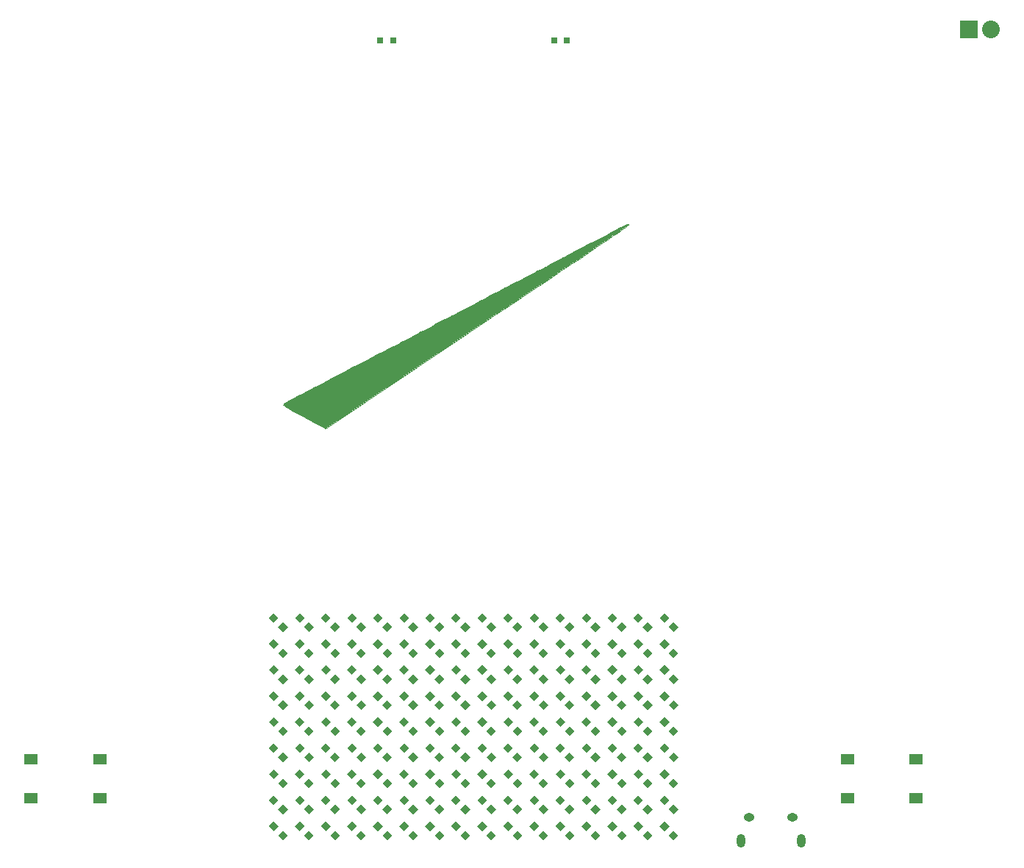
<source format=gbr>
G04 #@! TF.FileFunction,Soldermask,Bot*
%FSLAX46Y46*%
G04 Gerber Fmt 4.6, Leading zero omitted, Abs format (unit mm)*
G04 Created by KiCad (PCBNEW 4.0.4-stable) date 11/01/16 13:43:14*
%MOMM*%
%LPD*%
G01*
G04 APERTURE LIST*
%ADD10C,0.100000*%
%ADD11R,1.550000X1.300000*%
%ADD12O,1.250000X0.950000*%
%ADD13O,1.000000X1.550000*%
%ADD14R,2.032000X2.032000*%
%ADD15O,2.032000X2.032000*%
%ADD16R,0.797560X0.797560*%
G04 APERTURE END LIST*
D10*
G36*
X200070402Y-146921053D02*
X200100052Y-146976454D01*
X200194794Y-147059486D01*
X200364924Y-147175981D01*
X200620741Y-147331773D01*
X200972542Y-147532695D01*
X201430626Y-147784581D01*
X202005290Y-148093263D01*
X202706831Y-148464574D01*
X203545549Y-148904349D01*
X203878667Y-149078264D01*
X204937000Y-149630297D01*
X222445998Y-137932960D01*
X224378781Y-136641441D01*
X226174652Y-135440813D01*
X227837748Y-134328274D01*
X229372207Y-133301018D01*
X230782165Y-132356242D01*
X232071759Y-131491140D01*
X233245127Y-130702910D01*
X234306405Y-129988745D01*
X235259731Y-129345843D01*
X236109241Y-128771399D01*
X236859072Y-128262608D01*
X237513362Y-127816667D01*
X238076248Y-127430770D01*
X238551866Y-127102115D01*
X238944354Y-126827895D01*
X239257848Y-126605308D01*
X239496486Y-126431548D01*
X239664404Y-126303812D01*
X239765740Y-126219296D01*
X239804631Y-126175194D01*
X239802664Y-126167694D01*
X239676669Y-126164222D01*
X239458481Y-126234769D01*
X239130793Y-126386177D01*
X238761333Y-126579188D01*
X238332055Y-126808821D01*
X237816281Y-127081878D01*
X237278195Y-127364518D01*
X236781979Y-127622899D01*
X236771667Y-127628237D01*
X235975146Y-128040973D01*
X235182855Y-128452477D01*
X234423401Y-128847835D01*
X233725389Y-129212137D01*
X233117424Y-129530471D01*
X232628110Y-129787923D01*
X232580667Y-129812991D01*
X232275251Y-129973453D01*
X231857173Y-130191690D01*
X231364336Y-130447991D01*
X230834641Y-130722645D01*
X230305992Y-130995943D01*
X230294667Y-131001787D01*
X229807099Y-131254205D01*
X229356067Y-131489202D01*
X228968719Y-131692515D01*
X228672207Y-131849882D01*
X228493681Y-131947037D01*
X228474333Y-131958098D01*
X228281467Y-132064668D01*
X227990244Y-132218909D01*
X227653790Y-132392811D01*
X227543000Y-132449175D01*
X227222280Y-132613104D01*
X226798537Y-132831795D01*
X226318526Y-133081012D01*
X225829002Y-133336519D01*
X225638000Y-133436630D01*
X225200593Y-133666096D01*
X224774892Y-133889145D01*
X224337666Y-134117911D01*
X223865681Y-134364526D01*
X223335704Y-134641121D01*
X222724502Y-134959830D01*
X222008841Y-135332784D01*
X221193000Y-135757786D01*
X220712362Y-136008558D01*
X220215446Y-136268542D01*
X219752835Y-136511229D01*
X219375113Y-136710109D01*
X219288000Y-136756161D01*
X218949436Y-136934302D01*
X218509098Y-137164424D01*
X218015813Y-137421088D01*
X217518406Y-137678858D01*
X217340667Y-137770674D01*
X216854268Y-138022454D01*
X216353671Y-138282910D01*
X215887714Y-138526546D01*
X215505237Y-138727868D01*
X215393333Y-138787232D01*
X215031769Y-138978370D01*
X214577362Y-139216694D01*
X214087877Y-139471996D01*
X213621082Y-139714065D01*
X213615333Y-139717036D01*
X213118489Y-139974497D01*
X212568570Y-140260694D01*
X212035637Y-140539103D01*
X211625667Y-140754279D01*
X210896324Y-141138074D01*
X210276775Y-141463312D01*
X209727190Y-141750729D01*
X209207739Y-142021057D01*
X208678593Y-142295031D01*
X208099924Y-142593385D01*
X207519333Y-142891936D01*
X207024750Y-143146882D01*
X206572209Y-143381722D01*
X206186591Y-143583418D01*
X205892780Y-143738933D01*
X205715659Y-143835228D01*
X205684692Y-143853230D01*
X205558720Y-143923247D01*
X205305823Y-144057826D01*
X204949869Y-144244485D01*
X204514724Y-144470743D01*
X204024254Y-144724119D01*
X203737359Y-144871642D01*
X203198266Y-145149491D01*
X202675132Y-145421132D01*
X202198476Y-145670568D01*
X201798814Y-145881798D01*
X201506664Y-146038826D01*
X201423333Y-146084781D01*
X201080350Y-146272088D01*
X200729277Y-146456696D01*
X200470833Y-146586482D01*
X200218961Y-146734577D01*
X200084374Y-146871934D01*
X200070402Y-146921053D01*
X200070402Y-146921053D01*
X200070402Y-146921053D01*
G37*
X200070402Y-146921053D02*
X200100052Y-146976454D01*
X200194794Y-147059486D01*
X200364924Y-147175981D01*
X200620741Y-147331773D01*
X200972542Y-147532695D01*
X201430626Y-147784581D01*
X202005290Y-148093263D01*
X202706831Y-148464574D01*
X203545549Y-148904349D01*
X203878667Y-149078264D01*
X204937000Y-149630297D01*
X222445998Y-137932960D01*
X224378781Y-136641441D01*
X226174652Y-135440813D01*
X227837748Y-134328274D01*
X229372207Y-133301018D01*
X230782165Y-132356242D01*
X232071759Y-131491140D01*
X233245127Y-130702910D01*
X234306405Y-129988745D01*
X235259731Y-129345843D01*
X236109241Y-128771399D01*
X236859072Y-128262608D01*
X237513362Y-127816667D01*
X238076248Y-127430770D01*
X238551866Y-127102115D01*
X238944354Y-126827895D01*
X239257848Y-126605308D01*
X239496486Y-126431548D01*
X239664404Y-126303812D01*
X239765740Y-126219296D01*
X239804631Y-126175194D01*
X239802664Y-126167694D01*
X239676669Y-126164222D01*
X239458481Y-126234769D01*
X239130793Y-126386177D01*
X238761333Y-126579188D01*
X238332055Y-126808821D01*
X237816281Y-127081878D01*
X237278195Y-127364518D01*
X236781979Y-127622899D01*
X236771667Y-127628237D01*
X235975146Y-128040973D01*
X235182855Y-128452477D01*
X234423401Y-128847835D01*
X233725389Y-129212137D01*
X233117424Y-129530471D01*
X232628110Y-129787923D01*
X232580667Y-129812991D01*
X232275251Y-129973453D01*
X231857173Y-130191690D01*
X231364336Y-130447991D01*
X230834641Y-130722645D01*
X230305992Y-130995943D01*
X230294667Y-131001787D01*
X229807099Y-131254205D01*
X229356067Y-131489202D01*
X228968719Y-131692515D01*
X228672207Y-131849882D01*
X228493681Y-131947037D01*
X228474333Y-131958098D01*
X228281467Y-132064668D01*
X227990244Y-132218909D01*
X227653790Y-132392811D01*
X227543000Y-132449175D01*
X227222280Y-132613104D01*
X226798537Y-132831795D01*
X226318526Y-133081012D01*
X225829002Y-133336519D01*
X225638000Y-133436630D01*
X225200593Y-133666096D01*
X224774892Y-133889145D01*
X224337666Y-134117911D01*
X223865681Y-134364526D01*
X223335704Y-134641121D01*
X222724502Y-134959830D01*
X222008841Y-135332784D01*
X221193000Y-135757786D01*
X220712362Y-136008558D01*
X220215446Y-136268542D01*
X219752835Y-136511229D01*
X219375113Y-136710109D01*
X219288000Y-136756161D01*
X218949436Y-136934302D01*
X218509098Y-137164424D01*
X218015813Y-137421088D01*
X217518406Y-137678858D01*
X217340667Y-137770674D01*
X216854268Y-138022454D01*
X216353671Y-138282910D01*
X215887714Y-138526546D01*
X215505237Y-138727868D01*
X215393333Y-138787232D01*
X215031769Y-138978370D01*
X214577362Y-139216694D01*
X214087877Y-139471996D01*
X213621082Y-139714065D01*
X213615333Y-139717036D01*
X213118489Y-139974497D01*
X212568570Y-140260694D01*
X212035637Y-140539103D01*
X211625667Y-140754279D01*
X210896324Y-141138074D01*
X210276775Y-141463312D01*
X209727190Y-141750729D01*
X209207739Y-142021057D01*
X208678593Y-142295031D01*
X208099924Y-142593385D01*
X207519333Y-142891936D01*
X207024750Y-143146882D01*
X206572209Y-143381722D01*
X206186591Y-143583418D01*
X205892780Y-143738933D01*
X205715659Y-143835228D01*
X205684692Y-143853230D01*
X205558720Y-143923247D01*
X205305823Y-144057826D01*
X204949869Y-144244485D01*
X204514724Y-144470743D01*
X204024254Y-144724119D01*
X203737359Y-144871642D01*
X203198266Y-145149491D01*
X202675132Y-145421132D01*
X202198476Y-145670568D01*
X201798814Y-145881798D01*
X201506664Y-146038826D01*
X201423333Y-146084781D01*
X201080350Y-146272088D01*
X200729277Y-146456696D01*
X200470833Y-146586482D01*
X200218961Y-146734577D01*
X200084374Y-146871934D01*
X200070402Y-146921053D01*
X200070402Y-146921053D01*
G36*
X233593795Y-172529835D02*
X233029835Y-173093795D01*
X232465875Y-172529835D01*
X233029835Y-171965875D01*
X233593795Y-172529835D01*
X233593795Y-172529835D01*
G37*
G36*
X232534125Y-171470165D02*
X231970165Y-172034125D01*
X231406205Y-171470165D01*
X231970165Y-170906205D01*
X232534125Y-171470165D01*
X232534125Y-171470165D01*
G37*
G36*
X200593795Y-196529835D02*
X200029835Y-197093795D01*
X199465875Y-196529835D01*
X200029835Y-195965875D01*
X200593795Y-196529835D01*
X200593795Y-196529835D01*
G37*
G36*
X199534125Y-195470165D02*
X198970165Y-196034125D01*
X198406205Y-195470165D01*
X198970165Y-194906205D01*
X199534125Y-195470165D01*
X199534125Y-195470165D01*
G37*
G36*
X203593795Y-196529835D02*
X203029835Y-197093795D01*
X202465875Y-196529835D01*
X203029835Y-195965875D01*
X203593795Y-196529835D01*
X203593795Y-196529835D01*
G37*
G36*
X202534125Y-195470165D02*
X201970165Y-196034125D01*
X201406205Y-195470165D01*
X201970165Y-194906205D01*
X202534125Y-195470165D01*
X202534125Y-195470165D01*
G37*
G36*
X206593795Y-196529835D02*
X206029835Y-197093795D01*
X205465875Y-196529835D01*
X206029835Y-195965875D01*
X206593795Y-196529835D01*
X206593795Y-196529835D01*
G37*
G36*
X205534125Y-195470165D02*
X204970165Y-196034125D01*
X204406205Y-195470165D01*
X204970165Y-194906205D01*
X205534125Y-195470165D01*
X205534125Y-195470165D01*
G37*
G36*
X209593795Y-196529835D02*
X209029835Y-197093795D01*
X208465875Y-196529835D01*
X209029835Y-195965875D01*
X209593795Y-196529835D01*
X209593795Y-196529835D01*
G37*
G36*
X208534125Y-195470165D02*
X207970165Y-196034125D01*
X207406205Y-195470165D01*
X207970165Y-194906205D01*
X208534125Y-195470165D01*
X208534125Y-195470165D01*
G37*
G36*
X212593795Y-196529835D02*
X212029835Y-197093795D01*
X211465875Y-196529835D01*
X212029835Y-195965875D01*
X212593795Y-196529835D01*
X212593795Y-196529835D01*
G37*
G36*
X211534125Y-195470165D02*
X210970165Y-196034125D01*
X210406205Y-195470165D01*
X210970165Y-194906205D01*
X211534125Y-195470165D01*
X211534125Y-195470165D01*
G37*
G36*
X215593795Y-196529835D02*
X215029835Y-197093795D01*
X214465875Y-196529835D01*
X215029835Y-195965875D01*
X215593795Y-196529835D01*
X215593795Y-196529835D01*
G37*
G36*
X214534125Y-195470165D02*
X213970165Y-196034125D01*
X213406205Y-195470165D01*
X213970165Y-194906205D01*
X214534125Y-195470165D01*
X214534125Y-195470165D01*
G37*
G36*
X218593795Y-196529835D02*
X218029835Y-197093795D01*
X217465875Y-196529835D01*
X218029835Y-195965875D01*
X218593795Y-196529835D01*
X218593795Y-196529835D01*
G37*
G36*
X217534125Y-195470165D02*
X216970165Y-196034125D01*
X216406205Y-195470165D01*
X216970165Y-194906205D01*
X217534125Y-195470165D01*
X217534125Y-195470165D01*
G37*
G36*
X221593795Y-196529835D02*
X221029835Y-197093795D01*
X220465875Y-196529835D01*
X221029835Y-195965875D01*
X221593795Y-196529835D01*
X221593795Y-196529835D01*
G37*
G36*
X220534125Y-195470165D02*
X219970165Y-196034125D01*
X219406205Y-195470165D01*
X219970165Y-194906205D01*
X220534125Y-195470165D01*
X220534125Y-195470165D01*
G37*
G36*
X224593795Y-196529835D02*
X224029835Y-197093795D01*
X223465875Y-196529835D01*
X224029835Y-195965875D01*
X224593795Y-196529835D01*
X224593795Y-196529835D01*
G37*
G36*
X223534125Y-195470165D02*
X222970165Y-196034125D01*
X222406205Y-195470165D01*
X222970165Y-194906205D01*
X223534125Y-195470165D01*
X223534125Y-195470165D01*
G37*
G36*
X227593795Y-196529835D02*
X227029835Y-197093795D01*
X226465875Y-196529835D01*
X227029835Y-195965875D01*
X227593795Y-196529835D01*
X227593795Y-196529835D01*
G37*
G36*
X226534125Y-195470165D02*
X225970165Y-196034125D01*
X225406205Y-195470165D01*
X225970165Y-194906205D01*
X226534125Y-195470165D01*
X226534125Y-195470165D01*
G37*
G36*
X230593795Y-196529835D02*
X230029835Y-197093795D01*
X229465875Y-196529835D01*
X230029835Y-195965875D01*
X230593795Y-196529835D01*
X230593795Y-196529835D01*
G37*
G36*
X229534125Y-195470165D02*
X228970165Y-196034125D01*
X228406205Y-195470165D01*
X228970165Y-194906205D01*
X229534125Y-195470165D01*
X229534125Y-195470165D01*
G37*
G36*
X233593795Y-196529835D02*
X233029835Y-197093795D01*
X232465875Y-196529835D01*
X233029835Y-195965875D01*
X233593795Y-196529835D01*
X233593795Y-196529835D01*
G37*
G36*
X232534125Y-195470165D02*
X231970165Y-196034125D01*
X231406205Y-195470165D01*
X231970165Y-194906205D01*
X232534125Y-195470165D01*
X232534125Y-195470165D01*
G37*
G36*
X236593795Y-196529835D02*
X236029835Y-197093795D01*
X235465875Y-196529835D01*
X236029835Y-195965875D01*
X236593795Y-196529835D01*
X236593795Y-196529835D01*
G37*
G36*
X235534125Y-195470165D02*
X234970165Y-196034125D01*
X234406205Y-195470165D01*
X234970165Y-194906205D01*
X235534125Y-195470165D01*
X235534125Y-195470165D01*
G37*
G36*
X239593795Y-196529835D02*
X239029835Y-197093795D01*
X238465875Y-196529835D01*
X239029835Y-195965875D01*
X239593795Y-196529835D01*
X239593795Y-196529835D01*
G37*
G36*
X238534125Y-195470165D02*
X237970165Y-196034125D01*
X237406205Y-195470165D01*
X237970165Y-194906205D01*
X238534125Y-195470165D01*
X238534125Y-195470165D01*
G37*
G36*
X242593795Y-196529835D02*
X242029835Y-197093795D01*
X241465875Y-196529835D01*
X242029835Y-195965875D01*
X242593795Y-196529835D01*
X242593795Y-196529835D01*
G37*
G36*
X241534125Y-195470165D02*
X240970165Y-196034125D01*
X240406205Y-195470165D01*
X240970165Y-194906205D01*
X241534125Y-195470165D01*
X241534125Y-195470165D01*
G37*
G36*
X245593795Y-196529835D02*
X245029835Y-197093795D01*
X244465875Y-196529835D01*
X245029835Y-195965875D01*
X245593795Y-196529835D01*
X245593795Y-196529835D01*
G37*
G36*
X244534125Y-195470165D02*
X243970165Y-196034125D01*
X243406205Y-195470165D01*
X243970165Y-194906205D01*
X244534125Y-195470165D01*
X244534125Y-195470165D01*
G37*
G36*
X200593795Y-193529835D02*
X200029835Y-194093795D01*
X199465875Y-193529835D01*
X200029835Y-192965875D01*
X200593795Y-193529835D01*
X200593795Y-193529835D01*
G37*
G36*
X199534125Y-192470165D02*
X198970165Y-193034125D01*
X198406205Y-192470165D01*
X198970165Y-191906205D01*
X199534125Y-192470165D01*
X199534125Y-192470165D01*
G37*
G36*
X203593795Y-193529835D02*
X203029835Y-194093795D01*
X202465875Y-193529835D01*
X203029835Y-192965875D01*
X203593795Y-193529835D01*
X203593795Y-193529835D01*
G37*
G36*
X202534125Y-192470165D02*
X201970165Y-193034125D01*
X201406205Y-192470165D01*
X201970165Y-191906205D01*
X202534125Y-192470165D01*
X202534125Y-192470165D01*
G37*
G36*
X206593795Y-193529835D02*
X206029835Y-194093795D01*
X205465875Y-193529835D01*
X206029835Y-192965875D01*
X206593795Y-193529835D01*
X206593795Y-193529835D01*
G37*
G36*
X205534125Y-192470165D02*
X204970165Y-193034125D01*
X204406205Y-192470165D01*
X204970165Y-191906205D01*
X205534125Y-192470165D01*
X205534125Y-192470165D01*
G37*
G36*
X209593795Y-193529835D02*
X209029835Y-194093795D01*
X208465875Y-193529835D01*
X209029835Y-192965875D01*
X209593795Y-193529835D01*
X209593795Y-193529835D01*
G37*
G36*
X208534125Y-192470165D02*
X207970165Y-193034125D01*
X207406205Y-192470165D01*
X207970165Y-191906205D01*
X208534125Y-192470165D01*
X208534125Y-192470165D01*
G37*
G36*
X212593795Y-193529835D02*
X212029835Y-194093795D01*
X211465875Y-193529835D01*
X212029835Y-192965875D01*
X212593795Y-193529835D01*
X212593795Y-193529835D01*
G37*
G36*
X211534125Y-192470165D02*
X210970165Y-193034125D01*
X210406205Y-192470165D01*
X210970165Y-191906205D01*
X211534125Y-192470165D01*
X211534125Y-192470165D01*
G37*
G36*
X215593795Y-193529835D02*
X215029835Y-194093795D01*
X214465875Y-193529835D01*
X215029835Y-192965875D01*
X215593795Y-193529835D01*
X215593795Y-193529835D01*
G37*
G36*
X214534125Y-192470165D02*
X213970165Y-193034125D01*
X213406205Y-192470165D01*
X213970165Y-191906205D01*
X214534125Y-192470165D01*
X214534125Y-192470165D01*
G37*
G36*
X218593795Y-193529835D02*
X218029835Y-194093795D01*
X217465875Y-193529835D01*
X218029835Y-192965875D01*
X218593795Y-193529835D01*
X218593795Y-193529835D01*
G37*
G36*
X217534125Y-192470165D02*
X216970165Y-193034125D01*
X216406205Y-192470165D01*
X216970165Y-191906205D01*
X217534125Y-192470165D01*
X217534125Y-192470165D01*
G37*
G36*
X221593795Y-193529835D02*
X221029835Y-194093795D01*
X220465875Y-193529835D01*
X221029835Y-192965875D01*
X221593795Y-193529835D01*
X221593795Y-193529835D01*
G37*
G36*
X220534125Y-192470165D02*
X219970165Y-193034125D01*
X219406205Y-192470165D01*
X219970165Y-191906205D01*
X220534125Y-192470165D01*
X220534125Y-192470165D01*
G37*
G36*
X224593795Y-193529835D02*
X224029835Y-194093795D01*
X223465875Y-193529835D01*
X224029835Y-192965875D01*
X224593795Y-193529835D01*
X224593795Y-193529835D01*
G37*
G36*
X223534125Y-192470165D02*
X222970165Y-193034125D01*
X222406205Y-192470165D01*
X222970165Y-191906205D01*
X223534125Y-192470165D01*
X223534125Y-192470165D01*
G37*
G36*
X227593795Y-193529835D02*
X227029835Y-194093795D01*
X226465875Y-193529835D01*
X227029835Y-192965875D01*
X227593795Y-193529835D01*
X227593795Y-193529835D01*
G37*
G36*
X226534125Y-192470165D02*
X225970165Y-193034125D01*
X225406205Y-192470165D01*
X225970165Y-191906205D01*
X226534125Y-192470165D01*
X226534125Y-192470165D01*
G37*
G36*
X230593795Y-193529835D02*
X230029835Y-194093795D01*
X229465875Y-193529835D01*
X230029835Y-192965875D01*
X230593795Y-193529835D01*
X230593795Y-193529835D01*
G37*
G36*
X229534125Y-192470165D02*
X228970165Y-193034125D01*
X228406205Y-192470165D01*
X228970165Y-191906205D01*
X229534125Y-192470165D01*
X229534125Y-192470165D01*
G37*
G36*
X233593795Y-193529835D02*
X233029835Y-194093795D01*
X232465875Y-193529835D01*
X233029835Y-192965875D01*
X233593795Y-193529835D01*
X233593795Y-193529835D01*
G37*
G36*
X232534125Y-192470165D02*
X231970165Y-193034125D01*
X231406205Y-192470165D01*
X231970165Y-191906205D01*
X232534125Y-192470165D01*
X232534125Y-192470165D01*
G37*
G36*
X236593795Y-193529835D02*
X236029835Y-194093795D01*
X235465875Y-193529835D01*
X236029835Y-192965875D01*
X236593795Y-193529835D01*
X236593795Y-193529835D01*
G37*
G36*
X235534125Y-192470165D02*
X234970165Y-193034125D01*
X234406205Y-192470165D01*
X234970165Y-191906205D01*
X235534125Y-192470165D01*
X235534125Y-192470165D01*
G37*
G36*
X239593795Y-193529835D02*
X239029835Y-194093795D01*
X238465875Y-193529835D01*
X239029835Y-192965875D01*
X239593795Y-193529835D01*
X239593795Y-193529835D01*
G37*
G36*
X238534125Y-192470165D02*
X237970165Y-193034125D01*
X237406205Y-192470165D01*
X237970165Y-191906205D01*
X238534125Y-192470165D01*
X238534125Y-192470165D01*
G37*
G36*
X242593795Y-193529835D02*
X242029835Y-194093795D01*
X241465875Y-193529835D01*
X242029835Y-192965875D01*
X242593795Y-193529835D01*
X242593795Y-193529835D01*
G37*
G36*
X241534125Y-192470165D02*
X240970165Y-193034125D01*
X240406205Y-192470165D01*
X240970165Y-191906205D01*
X241534125Y-192470165D01*
X241534125Y-192470165D01*
G37*
G36*
X245593795Y-193529835D02*
X245029835Y-194093795D01*
X244465875Y-193529835D01*
X245029835Y-192965875D01*
X245593795Y-193529835D01*
X245593795Y-193529835D01*
G37*
G36*
X244534125Y-192470165D02*
X243970165Y-193034125D01*
X243406205Y-192470165D01*
X243970165Y-191906205D01*
X244534125Y-192470165D01*
X244534125Y-192470165D01*
G37*
G36*
X200593795Y-190529835D02*
X200029835Y-191093795D01*
X199465875Y-190529835D01*
X200029835Y-189965875D01*
X200593795Y-190529835D01*
X200593795Y-190529835D01*
G37*
G36*
X199534125Y-189470165D02*
X198970165Y-190034125D01*
X198406205Y-189470165D01*
X198970165Y-188906205D01*
X199534125Y-189470165D01*
X199534125Y-189470165D01*
G37*
G36*
X203593795Y-190529835D02*
X203029835Y-191093795D01*
X202465875Y-190529835D01*
X203029835Y-189965875D01*
X203593795Y-190529835D01*
X203593795Y-190529835D01*
G37*
G36*
X202534125Y-189470165D02*
X201970165Y-190034125D01*
X201406205Y-189470165D01*
X201970165Y-188906205D01*
X202534125Y-189470165D01*
X202534125Y-189470165D01*
G37*
G36*
X206593795Y-190529835D02*
X206029835Y-191093795D01*
X205465875Y-190529835D01*
X206029835Y-189965875D01*
X206593795Y-190529835D01*
X206593795Y-190529835D01*
G37*
G36*
X205534125Y-189470165D02*
X204970165Y-190034125D01*
X204406205Y-189470165D01*
X204970165Y-188906205D01*
X205534125Y-189470165D01*
X205534125Y-189470165D01*
G37*
G36*
X209593795Y-190529835D02*
X209029835Y-191093795D01*
X208465875Y-190529835D01*
X209029835Y-189965875D01*
X209593795Y-190529835D01*
X209593795Y-190529835D01*
G37*
G36*
X208534125Y-189470165D02*
X207970165Y-190034125D01*
X207406205Y-189470165D01*
X207970165Y-188906205D01*
X208534125Y-189470165D01*
X208534125Y-189470165D01*
G37*
G36*
X212593795Y-190529835D02*
X212029835Y-191093795D01*
X211465875Y-190529835D01*
X212029835Y-189965875D01*
X212593795Y-190529835D01*
X212593795Y-190529835D01*
G37*
G36*
X211534125Y-189470165D02*
X210970165Y-190034125D01*
X210406205Y-189470165D01*
X210970165Y-188906205D01*
X211534125Y-189470165D01*
X211534125Y-189470165D01*
G37*
G36*
X215593795Y-190529835D02*
X215029835Y-191093795D01*
X214465875Y-190529835D01*
X215029835Y-189965875D01*
X215593795Y-190529835D01*
X215593795Y-190529835D01*
G37*
G36*
X214534125Y-189470165D02*
X213970165Y-190034125D01*
X213406205Y-189470165D01*
X213970165Y-188906205D01*
X214534125Y-189470165D01*
X214534125Y-189470165D01*
G37*
G36*
X218593795Y-190529835D02*
X218029835Y-191093795D01*
X217465875Y-190529835D01*
X218029835Y-189965875D01*
X218593795Y-190529835D01*
X218593795Y-190529835D01*
G37*
G36*
X217534125Y-189470165D02*
X216970165Y-190034125D01*
X216406205Y-189470165D01*
X216970165Y-188906205D01*
X217534125Y-189470165D01*
X217534125Y-189470165D01*
G37*
G36*
X221593795Y-190529835D02*
X221029835Y-191093795D01*
X220465875Y-190529835D01*
X221029835Y-189965875D01*
X221593795Y-190529835D01*
X221593795Y-190529835D01*
G37*
G36*
X220534125Y-189470165D02*
X219970165Y-190034125D01*
X219406205Y-189470165D01*
X219970165Y-188906205D01*
X220534125Y-189470165D01*
X220534125Y-189470165D01*
G37*
G36*
X224593795Y-190529835D02*
X224029835Y-191093795D01*
X223465875Y-190529835D01*
X224029835Y-189965875D01*
X224593795Y-190529835D01*
X224593795Y-190529835D01*
G37*
G36*
X223534125Y-189470165D02*
X222970165Y-190034125D01*
X222406205Y-189470165D01*
X222970165Y-188906205D01*
X223534125Y-189470165D01*
X223534125Y-189470165D01*
G37*
G36*
X227593795Y-190529835D02*
X227029835Y-191093795D01*
X226465875Y-190529835D01*
X227029835Y-189965875D01*
X227593795Y-190529835D01*
X227593795Y-190529835D01*
G37*
G36*
X226534125Y-189470165D02*
X225970165Y-190034125D01*
X225406205Y-189470165D01*
X225970165Y-188906205D01*
X226534125Y-189470165D01*
X226534125Y-189470165D01*
G37*
G36*
X230593795Y-190529835D02*
X230029835Y-191093795D01*
X229465875Y-190529835D01*
X230029835Y-189965875D01*
X230593795Y-190529835D01*
X230593795Y-190529835D01*
G37*
G36*
X229534125Y-189470165D02*
X228970165Y-190034125D01*
X228406205Y-189470165D01*
X228970165Y-188906205D01*
X229534125Y-189470165D01*
X229534125Y-189470165D01*
G37*
G36*
X233593795Y-190529835D02*
X233029835Y-191093795D01*
X232465875Y-190529835D01*
X233029835Y-189965875D01*
X233593795Y-190529835D01*
X233593795Y-190529835D01*
G37*
G36*
X232534125Y-189470165D02*
X231970165Y-190034125D01*
X231406205Y-189470165D01*
X231970165Y-188906205D01*
X232534125Y-189470165D01*
X232534125Y-189470165D01*
G37*
G36*
X236593795Y-190529835D02*
X236029835Y-191093795D01*
X235465875Y-190529835D01*
X236029835Y-189965875D01*
X236593795Y-190529835D01*
X236593795Y-190529835D01*
G37*
G36*
X235534125Y-189470165D02*
X234970165Y-190034125D01*
X234406205Y-189470165D01*
X234970165Y-188906205D01*
X235534125Y-189470165D01*
X235534125Y-189470165D01*
G37*
G36*
X239593795Y-190529835D02*
X239029835Y-191093795D01*
X238465875Y-190529835D01*
X239029835Y-189965875D01*
X239593795Y-190529835D01*
X239593795Y-190529835D01*
G37*
G36*
X238534125Y-189470165D02*
X237970165Y-190034125D01*
X237406205Y-189470165D01*
X237970165Y-188906205D01*
X238534125Y-189470165D01*
X238534125Y-189470165D01*
G37*
G36*
X242593795Y-190529835D02*
X242029835Y-191093795D01*
X241465875Y-190529835D01*
X242029835Y-189965875D01*
X242593795Y-190529835D01*
X242593795Y-190529835D01*
G37*
G36*
X241534125Y-189470165D02*
X240970165Y-190034125D01*
X240406205Y-189470165D01*
X240970165Y-188906205D01*
X241534125Y-189470165D01*
X241534125Y-189470165D01*
G37*
G36*
X245593795Y-190529835D02*
X245029835Y-191093795D01*
X244465875Y-190529835D01*
X245029835Y-189965875D01*
X245593795Y-190529835D01*
X245593795Y-190529835D01*
G37*
G36*
X244534125Y-189470165D02*
X243970165Y-190034125D01*
X243406205Y-189470165D01*
X243970165Y-188906205D01*
X244534125Y-189470165D01*
X244534125Y-189470165D01*
G37*
G36*
X200593795Y-187529835D02*
X200029835Y-188093795D01*
X199465875Y-187529835D01*
X200029835Y-186965875D01*
X200593795Y-187529835D01*
X200593795Y-187529835D01*
G37*
G36*
X199534125Y-186470165D02*
X198970165Y-187034125D01*
X198406205Y-186470165D01*
X198970165Y-185906205D01*
X199534125Y-186470165D01*
X199534125Y-186470165D01*
G37*
G36*
X203593795Y-187529835D02*
X203029835Y-188093795D01*
X202465875Y-187529835D01*
X203029835Y-186965875D01*
X203593795Y-187529835D01*
X203593795Y-187529835D01*
G37*
G36*
X202534125Y-186470165D02*
X201970165Y-187034125D01*
X201406205Y-186470165D01*
X201970165Y-185906205D01*
X202534125Y-186470165D01*
X202534125Y-186470165D01*
G37*
G36*
X206593795Y-187529835D02*
X206029835Y-188093795D01*
X205465875Y-187529835D01*
X206029835Y-186965875D01*
X206593795Y-187529835D01*
X206593795Y-187529835D01*
G37*
G36*
X205534125Y-186470165D02*
X204970165Y-187034125D01*
X204406205Y-186470165D01*
X204970165Y-185906205D01*
X205534125Y-186470165D01*
X205534125Y-186470165D01*
G37*
G36*
X209593795Y-187529835D02*
X209029835Y-188093795D01*
X208465875Y-187529835D01*
X209029835Y-186965875D01*
X209593795Y-187529835D01*
X209593795Y-187529835D01*
G37*
G36*
X208534125Y-186470165D02*
X207970165Y-187034125D01*
X207406205Y-186470165D01*
X207970165Y-185906205D01*
X208534125Y-186470165D01*
X208534125Y-186470165D01*
G37*
G36*
X212593795Y-187529835D02*
X212029835Y-188093795D01*
X211465875Y-187529835D01*
X212029835Y-186965875D01*
X212593795Y-187529835D01*
X212593795Y-187529835D01*
G37*
G36*
X211534125Y-186470165D02*
X210970165Y-187034125D01*
X210406205Y-186470165D01*
X210970165Y-185906205D01*
X211534125Y-186470165D01*
X211534125Y-186470165D01*
G37*
G36*
X215593795Y-187529835D02*
X215029835Y-188093795D01*
X214465875Y-187529835D01*
X215029835Y-186965875D01*
X215593795Y-187529835D01*
X215593795Y-187529835D01*
G37*
G36*
X214534125Y-186470165D02*
X213970165Y-187034125D01*
X213406205Y-186470165D01*
X213970165Y-185906205D01*
X214534125Y-186470165D01*
X214534125Y-186470165D01*
G37*
G36*
X218593795Y-187529835D02*
X218029835Y-188093795D01*
X217465875Y-187529835D01*
X218029835Y-186965875D01*
X218593795Y-187529835D01*
X218593795Y-187529835D01*
G37*
G36*
X217534125Y-186470165D02*
X216970165Y-187034125D01*
X216406205Y-186470165D01*
X216970165Y-185906205D01*
X217534125Y-186470165D01*
X217534125Y-186470165D01*
G37*
G36*
X221593795Y-187529835D02*
X221029835Y-188093795D01*
X220465875Y-187529835D01*
X221029835Y-186965875D01*
X221593795Y-187529835D01*
X221593795Y-187529835D01*
G37*
G36*
X220534125Y-186470165D02*
X219970165Y-187034125D01*
X219406205Y-186470165D01*
X219970165Y-185906205D01*
X220534125Y-186470165D01*
X220534125Y-186470165D01*
G37*
G36*
X224593795Y-187529835D02*
X224029835Y-188093795D01*
X223465875Y-187529835D01*
X224029835Y-186965875D01*
X224593795Y-187529835D01*
X224593795Y-187529835D01*
G37*
G36*
X223534125Y-186470165D02*
X222970165Y-187034125D01*
X222406205Y-186470165D01*
X222970165Y-185906205D01*
X223534125Y-186470165D01*
X223534125Y-186470165D01*
G37*
G36*
X227593795Y-187529835D02*
X227029835Y-188093795D01*
X226465875Y-187529835D01*
X227029835Y-186965875D01*
X227593795Y-187529835D01*
X227593795Y-187529835D01*
G37*
G36*
X226534125Y-186470165D02*
X225970165Y-187034125D01*
X225406205Y-186470165D01*
X225970165Y-185906205D01*
X226534125Y-186470165D01*
X226534125Y-186470165D01*
G37*
G36*
X230593795Y-187529835D02*
X230029835Y-188093795D01*
X229465875Y-187529835D01*
X230029835Y-186965875D01*
X230593795Y-187529835D01*
X230593795Y-187529835D01*
G37*
G36*
X229534125Y-186470165D02*
X228970165Y-187034125D01*
X228406205Y-186470165D01*
X228970165Y-185906205D01*
X229534125Y-186470165D01*
X229534125Y-186470165D01*
G37*
G36*
X233593795Y-187529835D02*
X233029835Y-188093795D01*
X232465875Y-187529835D01*
X233029835Y-186965875D01*
X233593795Y-187529835D01*
X233593795Y-187529835D01*
G37*
G36*
X232534125Y-186470165D02*
X231970165Y-187034125D01*
X231406205Y-186470165D01*
X231970165Y-185906205D01*
X232534125Y-186470165D01*
X232534125Y-186470165D01*
G37*
G36*
X236593795Y-187529835D02*
X236029835Y-188093795D01*
X235465875Y-187529835D01*
X236029835Y-186965875D01*
X236593795Y-187529835D01*
X236593795Y-187529835D01*
G37*
G36*
X235534125Y-186470165D02*
X234970165Y-187034125D01*
X234406205Y-186470165D01*
X234970165Y-185906205D01*
X235534125Y-186470165D01*
X235534125Y-186470165D01*
G37*
G36*
X239593795Y-187529835D02*
X239029835Y-188093795D01*
X238465875Y-187529835D01*
X239029835Y-186965875D01*
X239593795Y-187529835D01*
X239593795Y-187529835D01*
G37*
G36*
X238534125Y-186470165D02*
X237970165Y-187034125D01*
X237406205Y-186470165D01*
X237970165Y-185906205D01*
X238534125Y-186470165D01*
X238534125Y-186470165D01*
G37*
G36*
X242593795Y-187529835D02*
X242029835Y-188093795D01*
X241465875Y-187529835D01*
X242029835Y-186965875D01*
X242593795Y-187529835D01*
X242593795Y-187529835D01*
G37*
G36*
X241534125Y-186470165D02*
X240970165Y-187034125D01*
X240406205Y-186470165D01*
X240970165Y-185906205D01*
X241534125Y-186470165D01*
X241534125Y-186470165D01*
G37*
G36*
X245593795Y-187529835D02*
X245029835Y-188093795D01*
X244465875Y-187529835D01*
X245029835Y-186965875D01*
X245593795Y-187529835D01*
X245593795Y-187529835D01*
G37*
G36*
X244534125Y-186470165D02*
X243970165Y-187034125D01*
X243406205Y-186470165D01*
X243970165Y-185906205D01*
X244534125Y-186470165D01*
X244534125Y-186470165D01*
G37*
G36*
X200593795Y-184529835D02*
X200029835Y-185093795D01*
X199465875Y-184529835D01*
X200029835Y-183965875D01*
X200593795Y-184529835D01*
X200593795Y-184529835D01*
G37*
G36*
X199534125Y-183470165D02*
X198970165Y-184034125D01*
X198406205Y-183470165D01*
X198970165Y-182906205D01*
X199534125Y-183470165D01*
X199534125Y-183470165D01*
G37*
G36*
X203593795Y-184529835D02*
X203029835Y-185093795D01*
X202465875Y-184529835D01*
X203029835Y-183965875D01*
X203593795Y-184529835D01*
X203593795Y-184529835D01*
G37*
G36*
X202534125Y-183470165D02*
X201970165Y-184034125D01*
X201406205Y-183470165D01*
X201970165Y-182906205D01*
X202534125Y-183470165D01*
X202534125Y-183470165D01*
G37*
G36*
X206593795Y-184529835D02*
X206029835Y-185093795D01*
X205465875Y-184529835D01*
X206029835Y-183965875D01*
X206593795Y-184529835D01*
X206593795Y-184529835D01*
G37*
G36*
X205534125Y-183470165D02*
X204970165Y-184034125D01*
X204406205Y-183470165D01*
X204970165Y-182906205D01*
X205534125Y-183470165D01*
X205534125Y-183470165D01*
G37*
G36*
X209593795Y-184529835D02*
X209029835Y-185093795D01*
X208465875Y-184529835D01*
X209029835Y-183965875D01*
X209593795Y-184529835D01*
X209593795Y-184529835D01*
G37*
G36*
X208534125Y-183470165D02*
X207970165Y-184034125D01*
X207406205Y-183470165D01*
X207970165Y-182906205D01*
X208534125Y-183470165D01*
X208534125Y-183470165D01*
G37*
G36*
X212593795Y-184529835D02*
X212029835Y-185093795D01*
X211465875Y-184529835D01*
X212029835Y-183965875D01*
X212593795Y-184529835D01*
X212593795Y-184529835D01*
G37*
G36*
X211534125Y-183470165D02*
X210970165Y-184034125D01*
X210406205Y-183470165D01*
X210970165Y-182906205D01*
X211534125Y-183470165D01*
X211534125Y-183470165D01*
G37*
G36*
X215593795Y-184529835D02*
X215029835Y-185093795D01*
X214465875Y-184529835D01*
X215029835Y-183965875D01*
X215593795Y-184529835D01*
X215593795Y-184529835D01*
G37*
G36*
X214534125Y-183470165D02*
X213970165Y-184034125D01*
X213406205Y-183470165D01*
X213970165Y-182906205D01*
X214534125Y-183470165D01*
X214534125Y-183470165D01*
G37*
G36*
X218593795Y-184529835D02*
X218029835Y-185093795D01*
X217465875Y-184529835D01*
X218029835Y-183965875D01*
X218593795Y-184529835D01*
X218593795Y-184529835D01*
G37*
G36*
X217534125Y-183470165D02*
X216970165Y-184034125D01*
X216406205Y-183470165D01*
X216970165Y-182906205D01*
X217534125Y-183470165D01*
X217534125Y-183470165D01*
G37*
G36*
X221593795Y-184529835D02*
X221029835Y-185093795D01*
X220465875Y-184529835D01*
X221029835Y-183965875D01*
X221593795Y-184529835D01*
X221593795Y-184529835D01*
G37*
G36*
X220534125Y-183470165D02*
X219970165Y-184034125D01*
X219406205Y-183470165D01*
X219970165Y-182906205D01*
X220534125Y-183470165D01*
X220534125Y-183470165D01*
G37*
G36*
X224593795Y-184529835D02*
X224029835Y-185093795D01*
X223465875Y-184529835D01*
X224029835Y-183965875D01*
X224593795Y-184529835D01*
X224593795Y-184529835D01*
G37*
G36*
X223534125Y-183470165D02*
X222970165Y-184034125D01*
X222406205Y-183470165D01*
X222970165Y-182906205D01*
X223534125Y-183470165D01*
X223534125Y-183470165D01*
G37*
G36*
X227593795Y-184529835D02*
X227029835Y-185093795D01*
X226465875Y-184529835D01*
X227029835Y-183965875D01*
X227593795Y-184529835D01*
X227593795Y-184529835D01*
G37*
G36*
X226534125Y-183470165D02*
X225970165Y-184034125D01*
X225406205Y-183470165D01*
X225970165Y-182906205D01*
X226534125Y-183470165D01*
X226534125Y-183470165D01*
G37*
G36*
X230593795Y-184529835D02*
X230029835Y-185093795D01*
X229465875Y-184529835D01*
X230029835Y-183965875D01*
X230593795Y-184529835D01*
X230593795Y-184529835D01*
G37*
G36*
X229534125Y-183470165D02*
X228970165Y-184034125D01*
X228406205Y-183470165D01*
X228970165Y-182906205D01*
X229534125Y-183470165D01*
X229534125Y-183470165D01*
G37*
G36*
X233593795Y-184529835D02*
X233029835Y-185093795D01*
X232465875Y-184529835D01*
X233029835Y-183965875D01*
X233593795Y-184529835D01*
X233593795Y-184529835D01*
G37*
G36*
X232534125Y-183470165D02*
X231970165Y-184034125D01*
X231406205Y-183470165D01*
X231970165Y-182906205D01*
X232534125Y-183470165D01*
X232534125Y-183470165D01*
G37*
G36*
X236593795Y-184529835D02*
X236029835Y-185093795D01*
X235465875Y-184529835D01*
X236029835Y-183965875D01*
X236593795Y-184529835D01*
X236593795Y-184529835D01*
G37*
G36*
X235534125Y-183470165D02*
X234970165Y-184034125D01*
X234406205Y-183470165D01*
X234970165Y-182906205D01*
X235534125Y-183470165D01*
X235534125Y-183470165D01*
G37*
G36*
X239593795Y-184529835D02*
X239029835Y-185093795D01*
X238465875Y-184529835D01*
X239029835Y-183965875D01*
X239593795Y-184529835D01*
X239593795Y-184529835D01*
G37*
G36*
X238534125Y-183470165D02*
X237970165Y-184034125D01*
X237406205Y-183470165D01*
X237970165Y-182906205D01*
X238534125Y-183470165D01*
X238534125Y-183470165D01*
G37*
G36*
X242593795Y-184529835D02*
X242029835Y-185093795D01*
X241465875Y-184529835D01*
X242029835Y-183965875D01*
X242593795Y-184529835D01*
X242593795Y-184529835D01*
G37*
G36*
X241534125Y-183470165D02*
X240970165Y-184034125D01*
X240406205Y-183470165D01*
X240970165Y-182906205D01*
X241534125Y-183470165D01*
X241534125Y-183470165D01*
G37*
G36*
X245593795Y-184529835D02*
X245029835Y-185093795D01*
X244465875Y-184529835D01*
X245029835Y-183965875D01*
X245593795Y-184529835D01*
X245593795Y-184529835D01*
G37*
G36*
X244534125Y-183470165D02*
X243970165Y-184034125D01*
X243406205Y-183470165D01*
X243970165Y-182906205D01*
X244534125Y-183470165D01*
X244534125Y-183470165D01*
G37*
G36*
X200593795Y-181529835D02*
X200029835Y-182093795D01*
X199465875Y-181529835D01*
X200029835Y-180965875D01*
X200593795Y-181529835D01*
X200593795Y-181529835D01*
G37*
G36*
X199534125Y-180470165D02*
X198970165Y-181034125D01*
X198406205Y-180470165D01*
X198970165Y-179906205D01*
X199534125Y-180470165D01*
X199534125Y-180470165D01*
G37*
G36*
X203593795Y-181529835D02*
X203029835Y-182093795D01*
X202465875Y-181529835D01*
X203029835Y-180965875D01*
X203593795Y-181529835D01*
X203593795Y-181529835D01*
G37*
G36*
X202534125Y-180470165D02*
X201970165Y-181034125D01*
X201406205Y-180470165D01*
X201970165Y-179906205D01*
X202534125Y-180470165D01*
X202534125Y-180470165D01*
G37*
G36*
X206593795Y-181529835D02*
X206029835Y-182093795D01*
X205465875Y-181529835D01*
X206029835Y-180965875D01*
X206593795Y-181529835D01*
X206593795Y-181529835D01*
G37*
G36*
X205534125Y-180470165D02*
X204970165Y-181034125D01*
X204406205Y-180470165D01*
X204970165Y-179906205D01*
X205534125Y-180470165D01*
X205534125Y-180470165D01*
G37*
G36*
X209593795Y-181529835D02*
X209029835Y-182093795D01*
X208465875Y-181529835D01*
X209029835Y-180965875D01*
X209593795Y-181529835D01*
X209593795Y-181529835D01*
G37*
G36*
X208534125Y-180470165D02*
X207970165Y-181034125D01*
X207406205Y-180470165D01*
X207970165Y-179906205D01*
X208534125Y-180470165D01*
X208534125Y-180470165D01*
G37*
G36*
X212593795Y-181529835D02*
X212029835Y-182093795D01*
X211465875Y-181529835D01*
X212029835Y-180965875D01*
X212593795Y-181529835D01*
X212593795Y-181529835D01*
G37*
G36*
X211534125Y-180470165D02*
X210970165Y-181034125D01*
X210406205Y-180470165D01*
X210970165Y-179906205D01*
X211534125Y-180470165D01*
X211534125Y-180470165D01*
G37*
G36*
X215593795Y-181529835D02*
X215029835Y-182093795D01*
X214465875Y-181529835D01*
X215029835Y-180965875D01*
X215593795Y-181529835D01*
X215593795Y-181529835D01*
G37*
G36*
X214534125Y-180470165D02*
X213970165Y-181034125D01*
X213406205Y-180470165D01*
X213970165Y-179906205D01*
X214534125Y-180470165D01*
X214534125Y-180470165D01*
G37*
G36*
X218593795Y-181529835D02*
X218029835Y-182093795D01*
X217465875Y-181529835D01*
X218029835Y-180965875D01*
X218593795Y-181529835D01*
X218593795Y-181529835D01*
G37*
G36*
X217534125Y-180470165D02*
X216970165Y-181034125D01*
X216406205Y-180470165D01*
X216970165Y-179906205D01*
X217534125Y-180470165D01*
X217534125Y-180470165D01*
G37*
G36*
X221593795Y-181529835D02*
X221029835Y-182093795D01*
X220465875Y-181529835D01*
X221029835Y-180965875D01*
X221593795Y-181529835D01*
X221593795Y-181529835D01*
G37*
G36*
X220534125Y-180470165D02*
X219970165Y-181034125D01*
X219406205Y-180470165D01*
X219970165Y-179906205D01*
X220534125Y-180470165D01*
X220534125Y-180470165D01*
G37*
G36*
X224593795Y-181529835D02*
X224029835Y-182093795D01*
X223465875Y-181529835D01*
X224029835Y-180965875D01*
X224593795Y-181529835D01*
X224593795Y-181529835D01*
G37*
G36*
X223534125Y-180470165D02*
X222970165Y-181034125D01*
X222406205Y-180470165D01*
X222970165Y-179906205D01*
X223534125Y-180470165D01*
X223534125Y-180470165D01*
G37*
G36*
X227593795Y-181529835D02*
X227029835Y-182093795D01*
X226465875Y-181529835D01*
X227029835Y-180965875D01*
X227593795Y-181529835D01*
X227593795Y-181529835D01*
G37*
G36*
X226534125Y-180470165D02*
X225970165Y-181034125D01*
X225406205Y-180470165D01*
X225970165Y-179906205D01*
X226534125Y-180470165D01*
X226534125Y-180470165D01*
G37*
G36*
X230593795Y-181529835D02*
X230029835Y-182093795D01*
X229465875Y-181529835D01*
X230029835Y-180965875D01*
X230593795Y-181529835D01*
X230593795Y-181529835D01*
G37*
G36*
X229534125Y-180470165D02*
X228970165Y-181034125D01*
X228406205Y-180470165D01*
X228970165Y-179906205D01*
X229534125Y-180470165D01*
X229534125Y-180470165D01*
G37*
G36*
X233593795Y-181529835D02*
X233029835Y-182093795D01*
X232465875Y-181529835D01*
X233029835Y-180965875D01*
X233593795Y-181529835D01*
X233593795Y-181529835D01*
G37*
G36*
X232534125Y-180470165D02*
X231970165Y-181034125D01*
X231406205Y-180470165D01*
X231970165Y-179906205D01*
X232534125Y-180470165D01*
X232534125Y-180470165D01*
G37*
G36*
X236593795Y-181529835D02*
X236029835Y-182093795D01*
X235465875Y-181529835D01*
X236029835Y-180965875D01*
X236593795Y-181529835D01*
X236593795Y-181529835D01*
G37*
G36*
X235534125Y-180470165D02*
X234970165Y-181034125D01*
X234406205Y-180470165D01*
X234970165Y-179906205D01*
X235534125Y-180470165D01*
X235534125Y-180470165D01*
G37*
G36*
X239593795Y-181529835D02*
X239029835Y-182093795D01*
X238465875Y-181529835D01*
X239029835Y-180965875D01*
X239593795Y-181529835D01*
X239593795Y-181529835D01*
G37*
G36*
X238534125Y-180470165D02*
X237970165Y-181034125D01*
X237406205Y-180470165D01*
X237970165Y-179906205D01*
X238534125Y-180470165D01*
X238534125Y-180470165D01*
G37*
G36*
X242593795Y-181529835D02*
X242029835Y-182093795D01*
X241465875Y-181529835D01*
X242029835Y-180965875D01*
X242593795Y-181529835D01*
X242593795Y-181529835D01*
G37*
G36*
X241534125Y-180470165D02*
X240970165Y-181034125D01*
X240406205Y-180470165D01*
X240970165Y-179906205D01*
X241534125Y-180470165D01*
X241534125Y-180470165D01*
G37*
G36*
X245593795Y-181529835D02*
X245029835Y-182093795D01*
X244465875Y-181529835D01*
X245029835Y-180965875D01*
X245593795Y-181529835D01*
X245593795Y-181529835D01*
G37*
G36*
X244534125Y-180470165D02*
X243970165Y-181034125D01*
X243406205Y-180470165D01*
X243970165Y-179906205D01*
X244534125Y-180470165D01*
X244534125Y-180470165D01*
G37*
G36*
X200593795Y-178529835D02*
X200029835Y-179093795D01*
X199465875Y-178529835D01*
X200029835Y-177965875D01*
X200593795Y-178529835D01*
X200593795Y-178529835D01*
G37*
G36*
X199534125Y-177470165D02*
X198970165Y-178034125D01*
X198406205Y-177470165D01*
X198970165Y-176906205D01*
X199534125Y-177470165D01*
X199534125Y-177470165D01*
G37*
G36*
X203593795Y-178529835D02*
X203029835Y-179093795D01*
X202465875Y-178529835D01*
X203029835Y-177965875D01*
X203593795Y-178529835D01*
X203593795Y-178529835D01*
G37*
G36*
X202534125Y-177470165D02*
X201970165Y-178034125D01*
X201406205Y-177470165D01*
X201970165Y-176906205D01*
X202534125Y-177470165D01*
X202534125Y-177470165D01*
G37*
G36*
X206593795Y-178529835D02*
X206029835Y-179093795D01*
X205465875Y-178529835D01*
X206029835Y-177965875D01*
X206593795Y-178529835D01*
X206593795Y-178529835D01*
G37*
G36*
X205534125Y-177470165D02*
X204970165Y-178034125D01*
X204406205Y-177470165D01*
X204970165Y-176906205D01*
X205534125Y-177470165D01*
X205534125Y-177470165D01*
G37*
G36*
X209593795Y-178529835D02*
X209029835Y-179093795D01*
X208465875Y-178529835D01*
X209029835Y-177965875D01*
X209593795Y-178529835D01*
X209593795Y-178529835D01*
G37*
G36*
X208534125Y-177470165D02*
X207970165Y-178034125D01*
X207406205Y-177470165D01*
X207970165Y-176906205D01*
X208534125Y-177470165D01*
X208534125Y-177470165D01*
G37*
G36*
X212593795Y-178529835D02*
X212029835Y-179093795D01*
X211465875Y-178529835D01*
X212029835Y-177965875D01*
X212593795Y-178529835D01*
X212593795Y-178529835D01*
G37*
G36*
X211534125Y-177470165D02*
X210970165Y-178034125D01*
X210406205Y-177470165D01*
X210970165Y-176906205D01*
X211534125Y-177470165D01*
X211534125Y-177470165D01*
G37*
G36*
X215593795Y-178529835D02*
X215029835Y-179093795D01*
X214465875Y-178529835D01*
X215029835Y-177965875D01*
X215593795Y-178529835D01*
X215593795Y-178529835D01*
G37*
G36*
X214534125Y-177470165D02*
X213970165Y-178034125D01*
X213406205Y-177470165D01*
X213970165Y-176906205D01*
X214534125Y-177470165D01*
X214534125Y-177470165D01*
G37*
G36*
X218593795Y-178529835D02*
X218029835Y-179093795D01*
X217465875Y-178529835D01*
X218029835Y-177965875D01*
X218593795Y-178529835D01*
X218593795Y-178529835D01*
G37*
G36*
X217534125Y-177470165D02*
X216970165Y-178034125D01*
X216406205Y-177470165D01*
X216970165Y-176906205D01*
X217534125Y-177470165D01*
X217534125Y-177470165D01*
G37*
G36*
X221593795Y-178529835D02*
X221029835Y-179093795D01*
X220465875Y-178529835D01*
X221029835Y-177965875D01*
X221593795Y-178529835D01*
X221593795Y-178529835D01*
G37*
G36*
X220534125Y-177470165D02*
X219970165Y-178034125D01*
X219406205Y-177470165D01*
X219970165Y-176906205D01*
X220534125Y-177470165D01*
X220534125Y-177470165D01*
G37*
G36*
X224593795Y-178529835D02*
X224029835Y-179093795D01*
X223465875Y-178529835D01*
X224029835Y-177965875D01*
X224593795Y-178529835D01*
X224593795Y-178529835D01*
G37*
G36*
X223534125Y-177470165D02*
X222970165Y-178034125D01*
X222406205Y-177470165D01*
X222970165Y-176906205D01*
X223534125Y-177470165D01*
X223534125Y-177470165D01*
G37*
G36*
X227593795Y-178529835D02*
X227029835Y-179093795D01*
X226465875Y-178529835D01*
X227029835Y-177965875D01*
X227593795Y-178529835D01*
X227593795Y-178529835D01*
G37*
G36*
X226534125Y-177470165D02*
X225970165Y-178034125D01*
X225406205Y-177470165D01*
X225970165Y-176906205D01*
X226534125Y-177470165D01*
X226534125Y-177470165D01*
G37*
G36*
X230593795Y-178529835D02*
X230029835Y-179093795D01*
X229465875Y-178529835D01*
X230029835Y-177965875D01*
X230593795Y-178529835D01*
X230593795Y-178529835D01*
G37*
G36*
X229534125Y-177470165D02*
X228970165Y-178034125D01*
X228406205Y-177470165D01*
X228970165Y-176906205D01*
X229534125Y-177470165D01*
X229534125Y-177470165D01*
G37*
G36*
X233593795Y-178529835D02*
X233029835Y-179093795D01*
X232465875Y-178529835D01*
X233029835Y-177965875D01*
X233593795Y-178529835D01*
X233593795Y-178529835D01*
G37*
G36*
X232534125Y-177470165D02*
X231970165Y-178034125D01*
X231406205Y-177470165D01*
X231970165Y-176906205D01*
X232534125Y-177470165D01*
X232534125Y-177470165D01*
G37*
G36*
X236593795Y-178529835D02*
X236029835Y-179093795D01*
X235465875Y-178529835D01*
X236029835Y-177965875D01*
X236593795Y-178529835D01*
X236593795Y-178529835D01*
G37*
G36*
X235534125Y-177470165D02*
X234970165Y-178034125D01*
X234406205Y-177470165D01*
X234970165Y-176906205D01*
X235534125Y-177470165D01*
X235534125Y-177470165D01*
G37*
G36*
X239593795Y-178529835D02*
X239029835Y-179093795D01*
X238465875Y-178529835D01*
X239029835Y-177965875D01*
X239593795Y-178529835D01*
X239593795Y-178529835D01*
G37*
G36*
X238534125Y-177470165D02*
X237970165Y-178034125D01*
X237406205Y-177470165D01*
X237970165Y-176906205D01*
X238534125Y-177470165D01*
X238534125Y-177470165D01*
G37*
G36*
X242593795Y-178529835D02*
X242029835Y-179093795D01*
X241465875Y-178529835D01*
X242029835Y-177965875D01*
X242593795Y-178529835D01*
X242593795Y-178529835D01*
G37*
G36*
X241534125Y-177470165D02*
X240970165Y-178034125D01*
X240406205Y-177470165D01*
X240970165Y-176906205D01*
X241534125Y-177470165D01*
X241534125Y-177470165D01*
G37*
G36*
X245593795Y-178529835D02*
X245029835Y-179093795D01*
X244465875Y-178529835D01*
X245029835Y-177965875D01*
X245593795Y-178529835D01*
X245593795Y-178529835D01*
G37*
G36*
X244534125Y-177470165D02*
X243970165Y-178034125D01*
X243406205Y-177470165D01*
X243970165Y-176906205D01*
X244534125Y-177470165D01*
X244534125Y-177470165D01*
G37*
G36*
X200593795Y-175529835D02*
X200029835Y-176093795D01*
X199465875Y-175529835D01*
X200029835Y-174965875D01*
X200593795Y-175529835D01*
X200593795Y-175529835D01*
G37*
G36*
X199534125Y-174470165D02*
X198970165Y-175034125D01*
X198406205Y-174470165D01*
X198970165Y-173906205D01*
X199534125Y-174470165D01*
X199534125Y-174470165D01*
G37*
G36*
X203593795Y-175529835D02*
X203029835Y-176093795D01*
X202465875Y-175529835D01*
X203029835Y-174965875D01*
X203593795Y-175529835D01*
X203593795Y-175529835D01*
G37*
G36*
X202534125Y-174470165D02*
X201970165Y-175034125D01*
X201406205Y-174470165D01*
X201970165Y-173906205D01*
X202534125Y-174470165D01*
X202534125Y-174470165D01*
G37*
G36*
X206593795Y-175529835D02*
X206029835Y-176093795D01*
X205465875Y-175529835D01*
X206029835Y-174965875D01*
X206593795Y-175529835D01*
X206593795Y-175529835D01*
G37*
G36*
X205534125Y-174470165D02*
X204970165Y-175034125D01*
X204406205Y-174470165D01*
X204970165Y-173906205D01*
X205534125Y-174470165D01*
X205534125Y-174470165D01*
G37*
G36*
X209593795Y-175529835D02*
X209029835Y-176093795D01*
X208465875Y-175529835D01*
X209029835Y-174965875D01*
X209593795Y-175529835D01*
X209593795Y-175529835D01*
G37*
G36*
X208534125Y-174470165D02*
X207970165Y-175034125D01*
X207406205Y-174470165D01*
X207970165Y-173906205D01*
X208534125Y-174470165D01*
X208534125Y-174470165D01*
G37*
G36*
X212593795Y-175529835D02*
X212029835Y-176093795D01*
X211465875Y-175529835D01*
X212029835Y-174965875D01*
X212593795Y-175529835D01*
X212593795Y-175529835D01*
G37*
G36*
X211534125Y-174470165D02*
X210970165Y-175034125D01*
X210406205Y-174470165D01*
X210970165Y-173906205D01*
X211534125Y-174470165D01*
X211534125Y-174470165D01*
G37*
G36*
X215593795Y-175529835D02*
X215029835Y-176093795D01*
X214465875Y-175529835D01*
X215029835Y-174965875D01*
X215593795Y-175529835D01*
X215593795Y-175529835D01*
G37*
G36*
X214534125Y-174470165D02*
X213970165Y-175034125D01*
X213406205Y-174470165D01*
X213970165Y-173906205D01*
X214534125Y-174470165D01*
X214534125Y-174470165D01*
G37*
G36*
X218593795Y-175529835D02*
X218029835Y-176093795D01*
X217465875Y-175529835D01*
X218029835Y-174965875D01*
X218593795Y-175529835D01*
X218593795Y-175529835D01*
G37*
G36*
X217534125Y-174470165D02*
X216970165Y-175034125D01*
X216406205Y-174470165D01*
X216970165Y-173906205D01*
X217534125Y-174470165D01*
X217534125Y-174470165D01*
G37*
G36*
X221593795Y-175529835D02*
X221029835Y-176093795D01*
X220465875Y-175529835D01*
X221029835Y-174965875D01*
X221593795Y-175529835D01*
X221593795Y-175529835D01*
G37*
G36*
X220534125Y-174470165D02*
X219970165Y-175034125D01*
X219406205Y-174470165D01*
X219970165Y-173906205D01*
X220534125Y-174470165D01*
X220534125Y-174470165D01*
G37*
G36*
X224593795Y-175529835D02*
X224029835Y-176093795D01*
X223465875Y-175529835D01*
X224029835Y-174965875D01*
X224593795Y-175529835D01*
X224593795Y-175529835D01*
G37*
G36*
X223534125Y-174470165D02*
X222970165Y-175034125D01*
X222406205Y-174470165D01*
X222970165Y-173906205D01*
X223534125Y-174470165D01*
X223534125Y-174470165D01*
G37*
G36*
X227593795Y-175529835D02*
X227029835Y-176093795D01*
X226465875Y-175529835D01*
X227029835Y-174965875D01*
X227593795Y-175529835D01*
X227593795Y-175529835D01*
G37*
G36*
X226534125Y-174470165D02*
X225970165Y-175034125D01*
X225406205Y-174470165D01*
X225970165Y-173906205D01*
X226534125Y-174470165D01*
X226534125Y-174470165D01*
G37*
G36*
X230593795Y-175529835D02*
X230029835Y-176093795D01*
X229465875Y-175529835D01*
X230029835Y-174965875D01*
X230593795Y-175529835D01*
X230593795Y-175529835D01*
G37*
G36*
X229534125Y-174470165D02*
X228970165Y-175034125D01*
X228406205Y-174470165D01*
X228970165Y-173906205D01*
X229534125Y-174470165D01*
X229534125Y-174470165D01*
G37*
G36*
X233593795Y-175529835D02*
X233029835Y-176093795D01*
X232465875Y-175529835D01*
X233029835Y-174965875D01*
X233593795Y-175529835D01*
X233593795Y-175529835D01*
G37*
G36*
X232534125Y-174470165D02*
X231970165Y-175034125D01*
X231406205Y-174470165D01*
X231970165Y-173906205D01*
X232534125Y-174470165D01*
X232534125Y-174470165D01*
G37*
G36*
X236593795Y-175529835D02*
X236029835Y-176093795D01*
X235465875Y-175529835D01*
X236029835Y-174965875D01*
X236593795Y-175529835D01*
X236593795Y-175529835D01*
G37*
G36*
X235534125Y-174470165D02*
X234970165Y-175034125D01*
X234406205Y-174470165D01*
X234970165Y-173906205D01*
X235534125Y-174470165D01*
X235534125Y-174470165D01*
G37*
G36*
X239593795Y-175529835D02*
X239029835Y-176093795D01*
X238465875Y-175529835D01*
X239029835Y-174965875D01*
X239593795Y-175529835D01*
X239593795Y-175529835D01*
G37*
G36*
X238534125Y-174470165D02*
X237970165Y-175034125D01*
X237406205Y-174470165D01*
X237970165Y-173906205D01*
X238534125Y-174470165D01*
X238534125Y-174470165D01*
G37*
G36*
X242593795Y-175529835D02*
X242029835Y-176093795D01*
X241465875Y-175529835D01*
X242029835Y-174965875D01*
X242593795Y-175529835D01*
X242593795Y-175529835D01*
G37*
G36*
X241534125Y-174470165D02*
X240970165Y-175034125D01*
X240406205Y-174470165D01*
X240970165Y-173906205D01*
X241534125Y-174470165D01*
X241534125Y-174470165D01*
G37*
G36*
X245593795Y-175529835D02*
X245029835Y-176093795D01*
X244465875Y-175529835D01*
X245029835Y-174965875D01*
X245593795Y-175529835D01*
X245593795Y-175529835D01*
G37*
G36*
X244534125Y-174470165D02*
X243970165Y-175034125D01*
X243406205Y-174470165D01*
X243970165Y-173906205D01*
X244534125Y-174470165D01*
X244534125Y-174470165D01*
G37*
G36*
X200593795Y-172529835D02*
X200029835Y-173093795D01*
X199465875Y-172529835D01*
X200029835Y-171965875D01*
X200593795Y-172529835D01*
X200593795Y-172529835D01*
G37*
G36*
X199534125Y-171470165D02*
X198970165Y-172034125D01*
X198406205Y-171470165D01*
X198970165Y-170906205D01*
X199534125Y-171470165D01*
X199534125Y-171470165D01*
G37*
G36*
X203593795Y-172529835D02*
X203029835Y-173093795D01*
X202465875Y-172529835D01*
X203029835Y-171965875D01*
X203593795Y-172529835D01*
X203593795Y-172529835D01*
G37*
G36*
X202534125Y-171470165D02*
X201970165Y-172034125D01*
X201406205Y-171470165D01*
X201970165Y-170906205D01*
X202534125Y-171470165D01*
X202534125Y-171470165D01*
G37*
G36*
X206593795Y-172529835D02*
X206029835Y-173093795D01*
X205465875Y-172529835D01*
X206029835Y-171965875D01*
X206593795Y-172529835D01*
X206593795Y-172529835D01*
G37*
G36*
X205534125Y-171470165D02*
X204970165Y-172034125D01*
X204406205Y-171470165D01*
X204970165Y-170906205D01*
X205534125Y-171470165D01*
X205534125Y-171470165D01*
G37*
G36*
X209593795Y-172529835D02*
X209029835Y-173093795D01*
X208465875Y-172529835D01*
X209029835Y-171965875D01*
X209593795Y-172529835D01*
X209593795Y-172529835D01*
G37*
G36*
X208534125Y-171470165D02*
X207970165Y-172034125D01*
X207406205Y-171470165D01*
X207970165Y-170906205D01*
X208534125Y-171470165D01*
X208534125Y-171470165D01*
G37*
G36*
X212593795Y-172529835D02*
X212029835Y-173093795D01*
X211465875Y-172529835D01*
X212029835Y-171965875D01*
X212593795Y-172529835D01*
X212593795Y-172529835D01*
G37*
G36*
X211534125Y-171470165D02*
X210970165Y-172034125D01*
X210406205Y-171470165D01*
X210970165Y-170906205D01*
X211534125Y-171470165D01*
X211534125Y-171470165D01*
G37*
G36*
X215593795Y-172529835D02*
X215029835Y-173093795D01*
X214465875Y-172529835D01*
X215029835Y-171965875D01*
X215593795Y-172529835D01*
X215593795Y-172529835D01*
G37*
G36*
X214534125Y-171470165D02*
X213970165Y-172034125D01*
X213406205Y-171470165D01*
X213970165Y-170906205D01*
X214534125Y-171470165D01*
X214534125Y-171470165D01*
G37*
G36*
X218593795Y-172529835D02*
X218029835Y-173093795D01*
X217465875Y-172529835D01*
X218029835Y-171965875D01*
X218593795Y-172529835D01*
X218593795Y-172529835D01*
G37*
G36*
X217534125Y-171470165D02*
X216970165Y-172034125D01*
X216406205Y-171470165D01*
X216970165Y-170906205D01*
X217534125Y-171470165D01*
X217534125Y-171470165D01*
G37*
G36*
X221593795Y-172529835D02*
X221029835Y-173093795D01*
X220465875Y-172529835D01*
X221029835Y-171965875D01*
X221593795Y-172529835D01*
X221593795Y-172529835D01*
G37*
G36*
X220534125Y-171470165D02*
X219970165Y-172034125D01*
X219406205Y-171470165D01*
X219970165Y-170906205D01*
X220534125Y-171470165D01*
X220534125Y-171470165D01*
G37*
G36*
X224593795Y-172529835D02*
X224029835Y-173093795D01*
X223465875Y-172529835D01*
X224029835Y-171965875D01*
X224593795Y-172529835D01*
X224593795Y-172529835D01*
G37*
G36*
X223534125Y-171470165D02*
X222970165Y-172034125D01*
X222406205Y-171470165D01*
X222970165Y-170906205D01*
X223534125Y-171470165D01*
X223534125Y-171470165D01*
G37*
G36*
X227593795Y-172529835D02*
X227029835Y-173093795D01*
X226465875Y-172529835D01*
X227029835Y-171965875D01*
X227593795Y-172529835D01*
X227593795Y-172529835D01*
G37*
G36*
X226534125Y-171470165D02*
X225970165Y-172034125D01*
X225406205Y-171470165D01*
X225970165Y-170906205D01*
X226534125Y-171470165D01*
X226534125Y-171470165D01*
G37*
G36*
X230593795Y-172529835D02*
X230029835Y-173093795D01*
X229465875Y-172529835D01*
X230029835Y-171965875D01*
X230593795Y-172529835D01*
X230593795Y-172529835D01*
G37*
G36*
X229534125Y-171470165D02*
X228970165Y-172034125D01*
X228406205Y-171470165D01*
X228970165Y-170906205D01*
X229534125Y-171470165D01*
X229534125Y-171470165D01*
G37*
G36*
X236593795Y-172529835D02*
X236029835Y-173093795D01*
X235465875Y-172529835D01*
X236029835Y-171965875D01*
X236593795Y-172529835D01*
X236593795Y-172529835D01*
G37*
G36*
X235534125Y-171470165D02*
X234970165Y-172034125D01*
X234406205Y-171470165D01*
X234970165Y-170906205D01*
X235534125Y-171470165D01*
X235534125Y-171470165D01*
G37*
G36*
X239593795Y-172529835D02*
X239029835Y-173093795D01*
X238465875Y-172529835D01*
X239029835Y-171965875D01*
X239593795Y-172529835D01*
X239593795Y-172529835D01*
G37*
G36*
X238534125Y-171470165D02*
X237970165Y-172034125D01*
X237406205Y-171470165D01*
X237970165Y-170906205D01*
X238534125Y-171470165D01*
X238534125Y-171470165D01*
G37*
G36*
X242593795Y-172529835D02*
X242029835Y-173093795D01*
X241465875Y-172529835D01*
X242029835Y-171965875D01*
X242593795Y-172529835D01*
X242593795Y-172529835D01*
G37*
G36*
X241534125Y-171470165D02*
X240970165Y-172034125D01*
X240406205Y-171470165D01*
X240970165Y-170906205D01*
X241534125Y-171470165D01*
X241534125Y-171470165D01*
G37*
D11*
X265025000Y-187750000D03*
X265025000Y-192250000D03*
X272975000Y-192250000D03*
X272975000Y-187750000D03*
D10*
G36*
X245593795Y-172529835D02*
X245029835Y-173093795D01*
X244465875Y-172529835D01*
X245029835Y-171965875D01*
X245593795Y-172529835D01*
X245593795Y-172529835D01*
G37*
G36*
X244534125Y-171470165D02*
X243970165Y-172034125D01*
X243406205Y-171470165D01*
X243970165Y-170906205D01*
X244534125Y-171470165D01*
X244534125Y-171470165D01*
G37*
D12*
X253749100Y-194437460D03*
X258749100Y-194437460D03*
D13*
X252749100Y-197137460D03*
X259749100Y-197137460D03*
D14*
X279050000Y-103700000D03*
D15*
X281590000Y-103700000D03*
D11*
X171025000Y-187750000D03*
X171025000Y-192250000D03*
X178975000Y-192250000D03*
X178975000Y-187750000D03*
D16*
X231250700Y-105000000D03*
X232749300Y-105000000D03*
X212749300Y-105000000D03*
X211250700Y-105000000D03*
M02*

</source>
